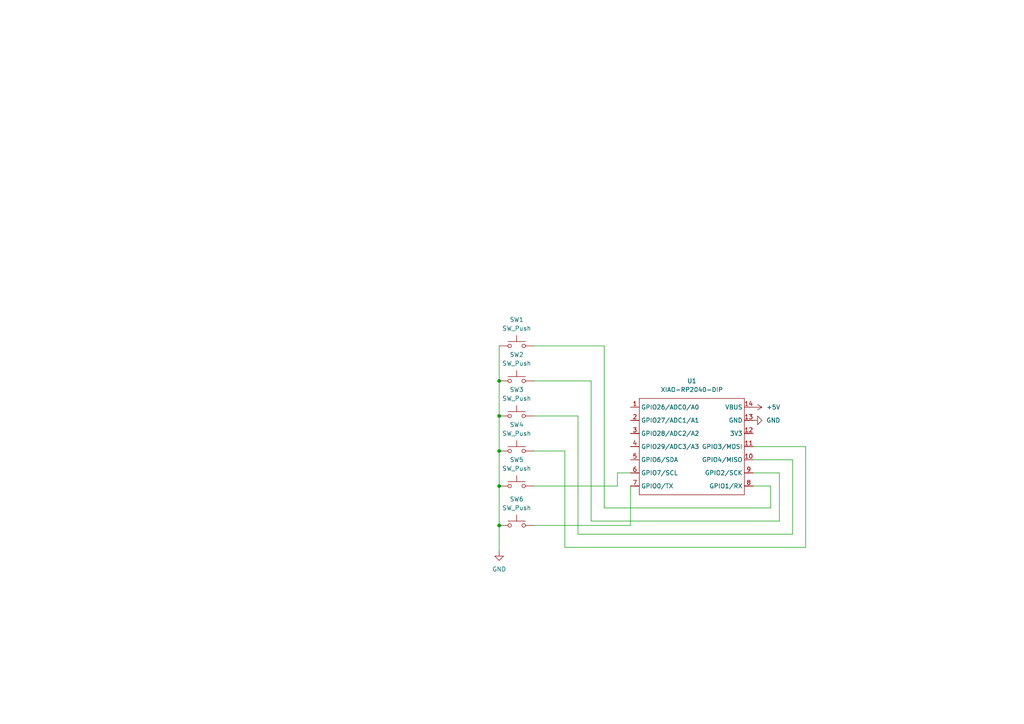
<source format=kicad_sch>
(kicad_sch (version 20250114) (generator "eeschema") (generator_version "9.0")
  (paper "A4")
  (lib_symbols
    (symbol "OPL:XIAO-RP2040-DIP"
      (property "Reference" "U" (at 0 0 0))
      (property "Value" "XIAO-RP2040-DIP" (at 5.334 -1.778 0))
      (symbol "XIAO-RP2040-DIP_1_0"
        (polyline (pts (xy -1.27 -2.54) (xy 29.21 -2.54)) (stroke (width 0.1524)))
        (polyline (pts (xy -1.27 -5.08) (xy -2.54 -5.08)) (stroke (width 0.1524)))
        (polyline (pts (xy -1.27 -5.08) (xy -1.27 -2.54)) (stroke (width 0.1524)))
        (polyline (pts (xy -1.27 -8.89) (xy -2.54 -8.89)) (stroke (width 0.1524)))
        (polyline (pts (xy -1.27 -8.89) (xy -1.27 -5.08)) (stroke (width 0.1524)))
        (polyline (pts (xy -1.27 -12.7) (xy -2.54 -12.7)) (stroke (width 0.1524)))
        (polyline (pts (xy -1.27 -12.7) (xy -1.27 -8.89)) (stroke (width 0.1524)))
        (polyline (pts (xy -1.27 -16.51) (xy -2.54 -16.51)) (stroke (width 0.1524)))
        (polyline (pts (xy -1.27 -16.51) (xy -1.27 -12.7)) (stroke (width 0.1524)))
        (polyline (pts (xy -1.27 -20.32) (xy -2.54 -20.32)) (stroke (width 0.1524)))
        (polyline (pts (xy -1.27 -24.13) (xy -2.54 -24.13)) (stroke (width 0.1524)))
        (polyline (pts (xy -1.27 -27.94) (xy -2.54 -27.94)) (stroke (width 0.1524)))
        (polyline (pts (xy -1.27 -30.48) (xy -1.27 -16.51)) (stroke (width 0.1524)))
        (polyline (pts (xy 29.21 -2.54) (xy 29.21 -5.08)) (stroke (width 0.1524)))
        (polyline (pts (xy 29.21 -5.08) (xy 29.21 -8.89)) (stroke (width 0.1524)))
        (polyline (pts (xy 29.21 -8.89) (xy 29.21 -12.7)) (stroke (width 0.1524)))
        (polyline (pts (xy 29.21 -12.7) (xy 29.21 -30.48)) (stroke (width 0.1524)))
        (polyline (pts (xy 29.21 -30.48) (xy -1.27 -30.48)) (stroke (width 0.1524)))
        (polyline (pts (xy 30.48 -5.08) (xy 29.21 -5.08)) (stroke (width 0.1524)))
        (polyline (pts (xy 30.48 -8.89) (xy 29.21 -8.89)) (stroke (width 0.1524)))
        (polyline (pts (xy 30.48 -12.7) (xy 29.21 -12.7)) (stroke (width 0.1524)))
        (polyline (pts (xy 30.48 -16.51) (xy 29.21 -16.51)) (stroke (width 0.1524)))
        (polyline (pts (xy 30.48 -20.32) (xy 29.21 -20.32)) (stroke (width 0.1524)))
        (polyline (pts (xy 30.48 -24.13) (xy 29.21 -24.13)) (stroke (width 0.1524)))
        (polyline (pts (xy 30.48 -27.94) (xy 29.21 -27.94)) (stroke (width 0.1524)))
        (pin passive line (at -3.81 -5.08 0) (length 2.54) (name "GPIO26/ADC0/A0") (number "1"))
        (pin passive line (at -3.81 -8.89 0) (length 2.54) (name "GPIO27/ADC1/A1") (number "2"))
        (pin passive line (at -3.81 -12.7 0) (length 2.54) (name "GPIO28/ADC2/A2") (number "3"))
        (pin passive line (at -3.81 -16.51 0) (length 2.54) (name "GPIO29/ADC3/A3") (number "4"))
        (pin passive line (at -3.81 -20.32 0) (length 2.54) (name "GPIO6/SDA") (number "5"))
        (pin passive line (at -3.81 -24.13 0) (length 2.54) (name "GPIO7/SCL") (number "6"))
        (pin passive line (at -3.81 -27.94 0) (length 2.54) (name "GPIO0/TX") (number "7"))
        (pin passive line (at 31.75 -5.08 180) (length 2.54) (name "VBUS") (number "14"))
        (pin passive line (at 31.75 -8.89 180) (length 2.54) (name "GND") (number "13"))
        (pin passive line (at 31.75 -12.7 180) (length 2.54) (name "3V3") (number "12"))
        (pin passive line (at 31.75 -16.51 180) (length 2.54) (name "GPIO3/MOSI") (number "11"))
        (pin passive line (at 31.75 -20.32 180) (length 2.54) (name "GPIO4/MISO") (number "10"))
        (pin passive line (at 31.75 -24.13 180) (length 2.54) (name "GPIO2/SCK") (number "9"))
        (pin passive line (at 31.75 -27.94 180) (length 2.54) (name "GPIO1/RX") (number "8"))
      )
    )
    (symbol "Switch:SW_Push" (pin_numbers (hide yes)) (pin_names (offset 1.016) (hide yes))
      (property "Reference" "SW" (at 1.27 2.54 0))
      (property "Value" "SW_Push" (at 0 -1.524 0))
      (symbol "SW_Push_0_1"
        (circle (center -2.032 0) (radius 0.508))
        (polyline (pts (xy 0 1.27) (xy 0 3.048)))
        (circle (center 2.032 0) (radius 0.508))
        (polyline (pts (xy 2.54 1.27) (xy -2.54 1.27)))
        (pin passive line (at -5.08 0 0) (length 2.54) (name "1") (number "1"))
        (pin passive line (at 5.08 0 180) (length 2.54) (name "2") (number "2"))
      )
    )
    (symbol "power:+5V" (power) (pin_numbers (hide yes)) (pin_names (offset 0) (hide yes))
      (property "Value" "+5V" (at 0 3.556 0))
      (symbol "+5V_0_1"
        (polyline (pts (xy -0.762 1.27) (xy 0 2.54)))
        (polyline (pts (xy 0 2.54) (xy 0.762 1.27)))
        (polyline (pts (xy 0 0) (xy 0 2.54)))
      )
      (symbol "+5V_1_1"
        (pin power_in line (at 0 0 90) (length 0) (name "~") (number "1"))
      )
    )
    (symbol "power:GND" (power) (pin_numbers (hide yes)) (pin_names (offset 0) (hide yes))
      (property "Value" "GND" (at 0 -3.81 0))
      (symbol "GND_0_1"
        (polyline (pts (xy 0 0) (xy 0 -1.27) (xy 1.27 -1.27) (xy 0 -2.54) (xy -1.27 -1.27) (xy 0 -1.27)))
      )
      (symbol "GND_1_1"
        (pin power_in line (at 0 0 270) (length 0) (name "~") (number "1"))
      )
    )
  )
  (junction (at 144.78 110.49))
  (junction (at 144.78 130.81))
  (junction (at 144.78 120.65))
  (junction (at 144.78 140.97))
  (junction (at 144.78 152.4))
  (wire (pts (xy 229.87 133.35) (xy 218.44 133.35)))
  (wire (pts (xy 144.78 120.65) (xy 144.78 130.81)))
  (wire (pts (xy 218.44 137.16) (xy 226.06 137.16)))
  (wire (pts (xy 175.26 147.32) (xy 223.52 147.32)))
  (wire (pts (xy 154.94 140.97) (xy 179.07 140.97)))
  (wire (pts (xy 144.78 130.81) (xy 144.78 140.97)))
  (wire (pts (xy 171.45 151.13) (xy 226.06 151.13)))
  (wire (pts (xy 233.68 129.54) (xy 218.44 129.54)))
  (wire (pts (xy 154.94 110.49) (xy 171.45 110.49)))
  (wire (pts (xy 154.94 152.4) (xy 182.88 152.4)))
  (wire (pts (xy 167.64 120.65) (xy 167.64 154.94)))
  (wire (pts (xy 163.83 130.81) (xy 163.83 158.75)))
  (wire (pts (xy 179.07 140.97) (xy 179.07 137.16)))
  (wire (pts (xy 154.94 130.81) (xy 163.83 130.81)))
  (wire (pts (xy 167.64 154.94) (xy 229.87 154.94)))
  (wire (pts (xy 229.87 154.94) (xy 229.87 133.35)))
  (wire (pts (xy 175.26 100.33) (xy 175.26 147.32)))
  (wire (pts (xy 144.78 140.97) (xy 144.78 152.4)))
  (wire (pts (xy 154.94 100.33) (xy 175.26 100.33)))
  (wire (pts (xy 171.45 110.49) (xy 171.45 151.13)))
  (wire (pts (xy 144.78 152.4) (xy 144.78 160.02)))
  (wire (pts (xy 154.94 120.65) (xy 167.64 120.65)))
  (wire (pts (xy 226.06 151.13) (xy 226.06 137.16)))
  (wire (pts (xy 163.83 158.75) (xy 233.68 158.75)))
  (wire (pts (xy 223.52 140.97) (xy 218.44 140.97)))
  (wire (pts (xy 179.07 137.16) (xy 182.88 137.16)))
  (wire (pts (xy 182.88 152.4) (xy 182.88 140.97)))
  (wire (pts (xy 233.68 158.75) (xy 233.68 129.54)))
  (wire (pts (xy 144.78 110.49) (xy 144.78 120.65)))
  (wire (pts (xy 223.52 147.32) (xy 223.52 140.97)))
  (wire (pts (xy 144.78 100.33) (xy 144.78 110.49)))
  (symbol (lib_id "power:GND") (at 218.44 121.92 90) (unit 1)
    (property "Reference" "#PWR02" (effects (hide yes)))
    (property "Value" "GND" (at 222.25 121.9199 90) (effects (justify right)))
    (property "Description" "Power symbol creates a global label with name \"GND\" , ground" (effects (hide yes)))
  )
  (symbol (lib_id "Switch:SW_Push") (at 149.86 110.49 0) (unit 1)
    (property "Reference" "SW2" (at 149.86 102.87 0))
    (property "Value" "SW_Push" (at 149.86 105.41 0))
    (property "Footprint" "Button_Switch_Keyboard:SW_Cherry_MX_1.00u_PCB" (effects (hide yes)))
    (property "Description" "Push button switch, generic, two pins" (effects (hide yes)))
  )
  (symbol (lib_id "Switch:SW_Push") (at 149.86 100.33 0) (unit 1)
    (property "Reference" "SW1" (at 149.86 92.71 0))
    (property "Value" "SW_Push" (at 149.86 95.25 0))
    (property "Footprint" "Button_Switch_Keyboard:SW_Cherry_MX_1.00u_PCB" (effects (hide yes)))
    (property "Description" "Push button switch, generic, two pins" (effects (hide yes)))
  )
  (symbol (lib_id "power:GND") (at 144.78 160.02 0) (unit 1)
    (property "Reference" "#PWR01" (effects (hide yes)))
    (property "Value" "GND" (at 144.78 165.1 0))
    (property "Description" "Power symbol creates a global label with name \"GND\" , ground" (effects (hide yes)))
  )
  (symbol (lib_id "OPL:XIAO-RP2040-DIP") (at 186.69 113.03 0) (unit 1)
    (property "Reference" "U1" (at 200.66 110.49 0))
    (property "Value" "XIAO-RP2040-DIP" (at 200.66 113.03 0))
    (property "Footprint" "OPL:XIAO-RP2040-DIP" (effects (hide yes)))
  )
  (symbol (lib_id "Switch:SW_Push") (at 149.86 120.65 0) (unit 1)
    (property "Reference" "SW3" (at 149.86 113.03 0))
    (property "Value" "SW_Push" (at 149.86 115.57 0))
    (property "Footprint" "Button_Switch_Keyboard:SW_Cherry_MX_1.00u_PCB" (effects (hide yes)))
    (property "Description" "Push button switch, generic, two pins" (effects (hide yes)))
  )
  (symbol (lib_id "Switch:SW_Push") (at 149.86 140.97 0) (unit 1)
    (property "Reference" "SW5" (at 149.86 133.35 0))
    (property "Value" "SW_Push" (at 149.86 135.89 0))
    (property "Footprint" "Button_Switch_Keyboard:SW_Cherry_MX_1.00u_PCB" (effects (hide yes)))
    (property "Description" "Push button switch, generic, two pins" (effects (hide yes)))
  )
  (symbol (lib_id "Switch:SW_Push") (at 149.86 130.81 0) (unit 1)
    (property "Reference" "SW4" (at 149.86 123.19 0))
    (property "Value" "SW_Push" (at 149.86 125.73 0))
    (property "Footprint" "Button_Switch_Keyboard:SW_Cherry_MX_1.00u_PCB" (effects (hide yes)))
    (property "Description" "Push button switch, generic, two pins" (effects (hide yes)))
  )
  (symbol (lib_id "power:+5V") (at 218.44 118.11 270) (unit 1)
    (property "Reference" "#PWR03" (effects (hide yes)))
    (property "Value" "+5V" (at 222.25 118.1099 90) (effects (justify left)))
    (property "Description" "Power symbol creates a global label with name \"+5V\"" (effects (hide yes)))
  )
  (symbol (lib_id "Switch:SW_Push") (at 149.86 152.4 0) (unit 1)
    (property "Reference" "SW6" (at 149.86 144.78 0))
    (property "Value" "SW_Push" (at 149.86 147.32 0))
    (property "Footprint" "Button_Switch_Keyboard:SW_Cherry_MX_1.00u_PCB" (effects (hide yes)))
    (property "Description" "Push button switch, generic, two pins" (effects (hide yes)))
  )
)
</source>
